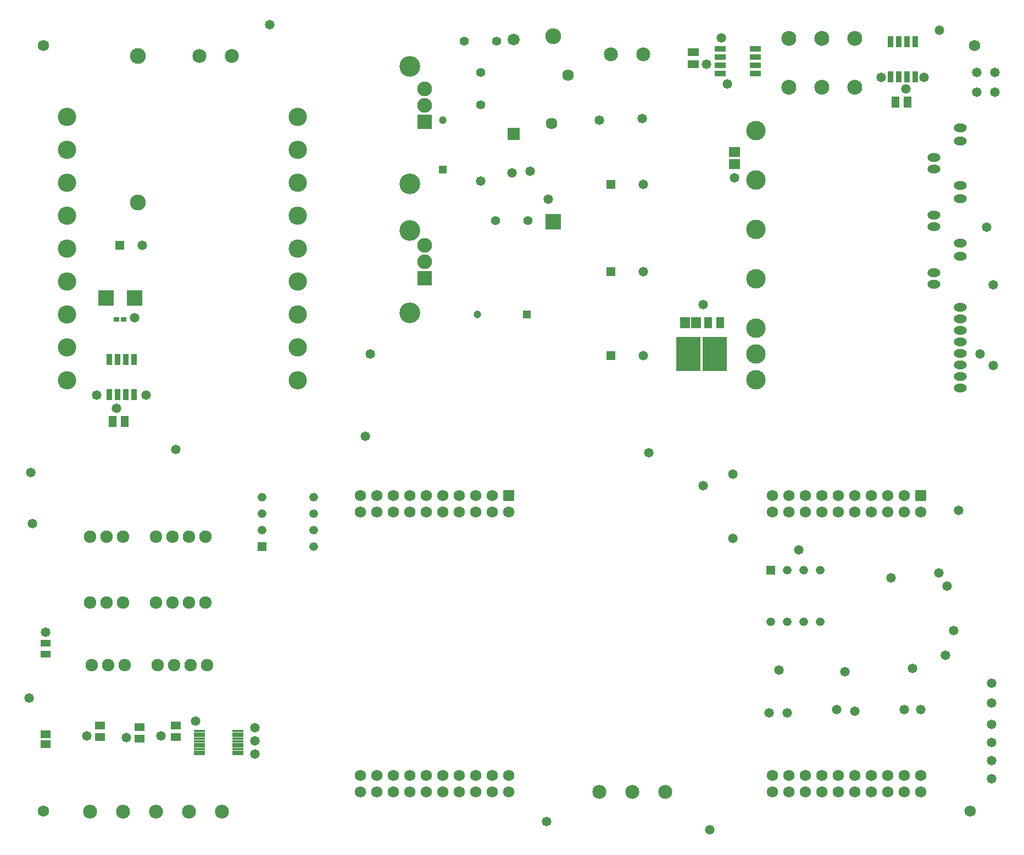
<source format=gts>
G04*
G04 #@! TF.GenerationSoftware,Altium Limited,Altium Designer,21.2.2 (38)*
G04*
G04 Layer_Color=8388736*
%FSLAX25Y25*%
%MOIN*%
G70*
G04*
G04 #@! TF.SameCoordinates,22A5B088-EC4E-48B5-A717-39959E060BC5*
G04*
G04*
G04 #@! TF.FilePolarity,Negative*
G04*
G01*
G75*
%ADD29R,0.06607X0.01587*%
%ADD30R,0.04934X0.06509*%
%ADD31R,0.06115X0.06509*%
%ADD32R,0.06509X0.04934*%
%ADD33R,0.03359X0.06804*%
%ADD34R,0.06804X0.03359*%
%ADD35R,0.14580X0.20879*%
%ADD36R,0.06706X0.06312*%
%ADD37R,0.06312X0.05131*%
%ADD38R,0.03753X0.03162*%
%ADD39R,0.09461X0.09265*%
%ADD40R,0.06115X0.04737*%
%ADD41R,0.06115X0.04147*%
%ADD42C,0.06800*%
%ADD43C,0.04724*%
%ADD44R,0.04724X0.04724*%
%ADD45R,0.04724X0.04724*%
%ADD46C,0.12611*%
%ADD47C,0.05524*%
%ADD48C,0.08477*%
%ADD49R,0.05249X0.05249*%
%ADD50C,0.05249*%
%ADD51C,0.11811*%
%ADD52O,0.07874X0.05118*%
%ADD53R,0.07200X0.07200*%
%ADD54C,0.07200*%
%ADD55C,0.11135*%
%ADD56C,0.06902*%
G04:AMPARAMS|DCode=57|XSize=69.02mil|YSize=69.02mil|CornerRadius=5.83mil|HoleSize=0mil|Usage=FLASHONLY|Rotation=180.000|XOffset=0mil|YOffset=0mil|HoleType=Round|Shape=RoundedRectangle|*
%AMROUNDEDRECTD57*
21,1,0.06902,0.05736,0,0,180.0*
21,1,0.05736,0.06902,0,0,180.0*
1,1,0.01166,-0.02868,0.02868*
1,1,0.01166,0.02868,0.02868*
1,1,0.01166,0.02868,-0.02868*
1,1,0.01166,-0.02868,-0.02868*
%
%ADD57ROUNDEDRECTD57*%
%ADD58C,0.09658*%
%ADD59R,0.09658X0.09658*%
%ADD60R,0.05820X0.05820*%
%ADD61C,0.05820*%
%ADD62R,0.05249X0.05249*%
%ADD63C,0.09068*%
%ADD64C,0.07060*%
%ADD65C,0.08950*%
%ADD66R,0.08950X0.08950*%
%ADD67C,0.07591*%
%ADD68C,0.05800*%
D29*
X112433Y51913D02*
D03*
Y53488D02*
D03*
Y55063D02*
D03*
Y56638D02*
D03*
Y58213D02*
D03*
Y59787D02*
D03*
Y61362D02*
D03*
Y62937D02*
D03*
Y64512D02*
D03*
Y66087D02*
D03*
X135567D02*
D03*
Y64512D02*
D03*
Y62937D02*
D03*
Y61362D02*
D03*
Y59787D02*
D03*
Y58213D02*
D03*
Y56638D02*
D03*
Y55063D02*
D03*
Y53488D02*
D03*
Y51913D02*
D03*
D30*
X67000Y254000D02*
D03*
X59716D02*
D03*
X421000Y314000D02*
D03*
X428284D02*
D03*
X534717Y448000D02*
D03*
X542000D02*
D03*
D31*
X407000Y314000D02*
D03*
X413496D02*
D03*
D32*
X412000Y471000D02*
D03*
Y478284D02*
D03*
D33*
X546500Y463323D02*
D03*
X541500D02*
D03*
X536500D02*
D03*
X531500D02*
D03*
Y484677D02*
D03*
X536500D02*
D03*
X541500D02*
D03*
X546500D02*
D03*
X57500Y291677D02*
D03*
X62500D02*
D03*
X67500D02*
D03*
X72500D02*
D03*
Y270323D02*
D03*
X67500D02*
D03*
X62500D02*
D03*
X57500D02*
D03*
D34*
X428323Y465500D02*
D03*
Y470500D02*
D03*
Y475500D02*
D03*
Y480500D02*
D03*
X449677D02*
D03*
Y475500D02*
D03*
Y470500D02*
D03*
Y465500D02*
D03*
D35*
X408819Y295000D02*
D03*
X425000D02*
D03*
D36*
X437000Y410260D02*
D03*
Y417740D02*
D03*
D37*
X52000Y69445D02*
D03*
Y62555D02*
D03*
X76000Y61555D02*
D03*
Y68445D02*
D03*
X98000Y62555D02*
D03*
Y69445D02*
D03*
D38*
X66331Y316000D02*
D03*
X62000D02*
D03*
D39*
X55677Y329000D02*
D03*
X73000D02*
D03*
D40*
X19000Y58047D02*
D03*
Y63953D02*
D03*
D41*
Y112752D02*
D03*
Y119248D02*
D03*
D42*
X582500Y482500D02*
D03*
X17500Y17500D02*
D03*
X580000D02*
D03*
X17500Y482500D02*
D03*
D43*
X260000Y437012D02*
D03*
X281000Y319000D02*
D03*
D44*
X260000Y406988D02*
D03*
D45*
X311024Y319000D02*
D03*
D46*
X240000Y469606D02*
D03*
Y320000D02*
D03*
Y370000D02*
D03*
Y398346D02*
D03*
D47*
X292000Y376000D02*
D03*
X311685D02*
D03*
X273000Y485000D02*
D03*
X292685D02*
D03*
X283000Y446315D02*
D03*
Y466000D02*
D03*
D48*
X112315Y476000D02*
D03*
X132000D02*
D03*
X381685Y477000D02*
D03*
X362000D02*
D03*
X46000Y17000D02*
D03*
X66000D02*
D03*
X86000D02*
D03*
X106000D02*
D03*
X126000D02*
D03*
X355000Y29000D02*
D03*
X375000D02*
D03*
X395000D02*
D03*
D49*
X150370Y178000D02*
D03*
D50*
Y188000D02*
D03*
Y198000D02*
D03*
Y208000D02*
D03*
X181630D02*
D03*
Y198000D02*
D03*
Y188000D02*
D03*
Y178000D02*
D03*
X459000Y132370D02*
D03*
X469000D02*
D03*
X479000D02*
D03*
X489000D02*
D03*
Y163630D02*
D03*
X479000D02*
D03*
X469000D02*
D03*
D51*
X449874Y430748D02*
D03*
Y400748D02*
D03*
Y370748D02*
D03*
Y340748D02*
D03*
Y310748D02*
D03*
Y295000D02*
D03*
Y279252D02*
D03*
D52*
X557984Y414500D02*
D03*
Y407500D02*
D03*
Y379500D02*
D03*
Y372500D02*
D03*
Y344500D02*
D03*
Y337500D02*
D03*
X574126Y432535D02*
D03*
Y424465D02*
D03*
Y397535D02*
D03*
Y389465D02*
D03*
Y362535D02*
D03*
Y354465D02*
D03*
Y316500D02*
D03*
Y309500D02*
D03*
Y302500D02*
D03*
Y295500D02*
D03*
Y288500D02*
D03*
Y281500D02*
D03*
Y274500D02*
D03*
Y323500D02*
D03*
D53*
X303000Y428800D02*
D03*
D54*
Y486000D02*
D03*
D55*
X32000Y439000D02*
D03*
Y419000D02*
D03*
Y399000D02*
D03*
Y379000D02*
D03*
Y359000D02*
D03*
Y339000D02*
D03*
Y319000D02*
D03*
Y299000D02*
D03*
Y279000D02*
D03*
X172000D02*
D03*
Y299000D02*
D03*
Y319000D02*
D03*
Y339000D02*
D03*
Y359000D02*
D03*
Y379000D02*
D03*
Y399000D02*
D03*
Y419000D02*
D03*
Y439000D02*
D03*
D56*
X300000Y199000D02*
D03*
X270000D02*
D03*
X260000D02*
D03*
X290000D02*
D03*
X280000D02*
D03*
X290000Y209000D02*
D03*
X270000D02*
D03*
X260000D02*
D03*
X280000D02*
D03*
X250000Y199000D02*
D03*
X240000D02*
D03*
X230000D02*
D03*
X220000D02*
D03*
X210000D02*
D03*
X230000Y209000D02*
D03*
X220000D02*
D03*
X250000D02*
D03*
X240000D02*
D03*
X210000D02*
D03*
X300000Y29000D02*
D03*
Y39000D02*
D03*
X290000Y29000D02*
D03*
X270000D02*
D03*
X280000D02*
D03*
X260000D02*
D03*
X240000D02*
D03*
X250000D02*
D03*
X220000D02*
D03*
X210000D02*
D03*
X280000Y39000D02*
D03*
X290000D02*
D03*
X270000D02*
D03*
X250000D02*
D03*
X260000D02*
D03*
X240000D02*
D03*
X230000Y29000D02*
D03*
X220000Y39000D02*
D03*
X230000D02*
D03*
X210000D02*
D03*
X460000Y199000D02*
D03*
X470000D02*
D03*
X480000D02*
D03*
X490000D02*
D03*
X500000D02*
D03*
X510000D02*
D03*
X520000D02*
D03*
X530000D02*
D03*
X540000D02*
D03*
X550000D02*
D03*
X460000Y209000D02*
D03*
X470000D02*
D03*
X480000D02*
D03*
X490000D02*
D03*
X500000D02*
D03*
X510000D02*
D03*
X520000D02*
D03*
X530000D02*
D03*
X540000D02*
D03*
X460000Y29000D02*
D03*
X470000D02*
D03*
X480000D02*
D03*
X490000D02*
D03*
X500000D02*
D03*
X510000D02*
D03*
X520000D02*
D03*
X530000D02*
D03*
X540000D02*
D03*
X550000D02*
D03*
X460000Y39000D02*
D03*
X470000D02*
D03*
X480000D02*
D03*
X490000D02*
D03*
X500000D02*
D03*
X510000D02*
D03*
X520000D02*
D03*
X530000D02*
D03*
X540000D02*
D03*
X550000D02*
D03*
D57*
X300000Y209000D02*
D03*
X550000D02*
D03*
D58*
X327000Y488000D02*
D03*
X75000Y387024D02*
D03*
Y476000D02*
D03*
D59*
X327000Y375402D02*
D03*
D60*
X362000Y398000D02*
D03*
Y294000D02*
D03*
Y345000D02*
D03*
X64000Y361000D02*
D03*
D61*
X381685Y398000D02*
D03*
Y294000D02*
D03*
Y345000D02*
D03*
X77780Y361000D02*
D03*
D62*
X459000Y163630D02*
D03*
D63*
X470000Y457000D02*
D03*
Y486724D02*
D03*
X490000Y457000D02*
D03*
Y486724D02*
D03*
X510000Y457000D02*
D03*
Y486724D02*
D03*
D64*
X335842Y464528D02*
D03*
X326000Y435000D02*
D03*
D65*
X249000Y456000D02*
D03*
Y446000D02*
D03*
Y361000D02*
D03*
Y351000D02*
D03*
D66*
Y436000D02*
D03*
Y341000D02*
D03*
D67*
X46000Y184000D02*
D03*
X56000D02*
D03*
X66000D02*
D03*
X86000D02*
D03*
X96000D02*
D03*
X106000D02*
D03*
X116000D02*
D03*
X46000Y144000D02*
D03*
X56000D02*
D03*
X66000D02*
D03*
X86000D02*
D03*
X96000D02*
D03*
X106000D02*
D03*
X116000D02*
D03*
X47000Y106000D02*
D03*
X57000D02*
D03*
X67000D02*
D03*
X87000D02*
D03*
X97000D02*
D03*
X107000D02*
D03*
X117000D02*
D03*
D68*
X561320Y491893D02*
D03*
X381000Y438000D02*
D03*
X355000Y437000D02*
D03*
X437000Y402000D02*
D03*
X110000Y72000D02*
D03*
X146000Y52000D02*
D03*
Y60000D02*
D03*
Y68000D02*
D03*
X545000Y104000D02*
D03*
X464000Y103000D02*
D03*
X323000Y11000D02*
D03*
X532000Y159000D02*
D03*
X593000Y95000D02*
D03*
Y83000D02*
D03*
X561000Y162000D02*
D03*
X593000Y70000D02*
D03*
Y59000D02*
D03*
Y48000D02*
D03*
Y37000D02*
D03*
X566000Y154000D02*
D03*
X570000Y127000D02*
D03*
X565000Y112000D02*
D03*
X422000Y6000D02*
D03*
X429000Y487000D02*
D03*
X526000Y463000D02*
D03*
X436000Y183000D02*
D03*
X302000Y405000D02*
D03*
X436000Y222000D02*
D03*
X80000Y270000D02*
D03*
X73000Y317000D02*
D03*
X504000Y102000D02*
D03*
X10000Y223000D02*
D03*
X11000Y192000D02*
D03*
X216000Y295000D02*
D03*
X155000Y495000D02*
D03*
X9000Y86000D02*
D03*
X98000Y237000D02*
D03*
X19000Y126000D02*
D03*
X213000Y245000D02*
D03*
X313000Y406000D02*
D03*
X418000Y325000D02*
D03*
X584000Y454000D02*
D03*
Y466000D02*
D03*
X595000Y454000D02*
D03*
Y466000D02*
D03*
X385000Y235000D02*
D03*
X432500Y459000D02*
D03*
X418000Y215000D02*
D03*
X62000Y262000D02*
D03*
X573000Y200000D02*
D03*
X594000Y337000D02*
D03*
Y288000D02*
D03*
X586000Y295000D02*
D03*
X476000Y176000D02*
D03*
X50000Y270000D02*
D03*
X540000Y79000D02*
D03*
X590000Y372000D02*
D03*
X550000Y79000D02*
D03*
X510000Y78000D02*
D03*
X499000Y79000D02*
D03*
X469000Y77000D02*
D03*
X458000D02*
D03*
X552000Y463000D02*
D03*
X541000Y456000D02*
D03*
X420000Y471000D02*
D03*
X324000Y389000D02*
D03*
X283000Y400000D02*
D03*
X89000Y63000D02*
D03*
X68000Y62000D02*
D03*
X44000Y63000D02*
D03*
M02*

</source>
